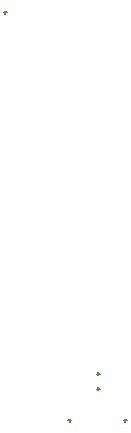
<source format=gbr>
G04*
G04 #@! TF.GenerationSoftware,Altium Limited,Altium Designer,24.9.1 (31)*
G04*
G04 Layer_Color=128*
%FSLAX25Y25*%
%MOIN*%
G70*
G04*
G04 #@! TF.SameCoordinates,0464F855-7F2B-49EB-A455-A8C15B23BB70*
G04*
G04*
G04 #@! TF.FilePolarity,Positive*
G04*
G01*
G75*
%ADD13C,0.00500*%
D13*
X116500Y238000D02*
X117500D01*
X117000Y237500D02*
Y238500D01*
X138000Y102000D02*
X139000D01*
X138500Y101500D02*
Y102500D01*
X156500Y102000D02*
X157500D01*
X157000Y101500D02*
Y102500D01*
X147500Y112500D02*
X148500D01*
X148000Y112000D02*
Y113000D01*
X147500Y117500D02*
X148500D01*
X148000Y117000D02*
Y118000D01*
M02*

</source>
